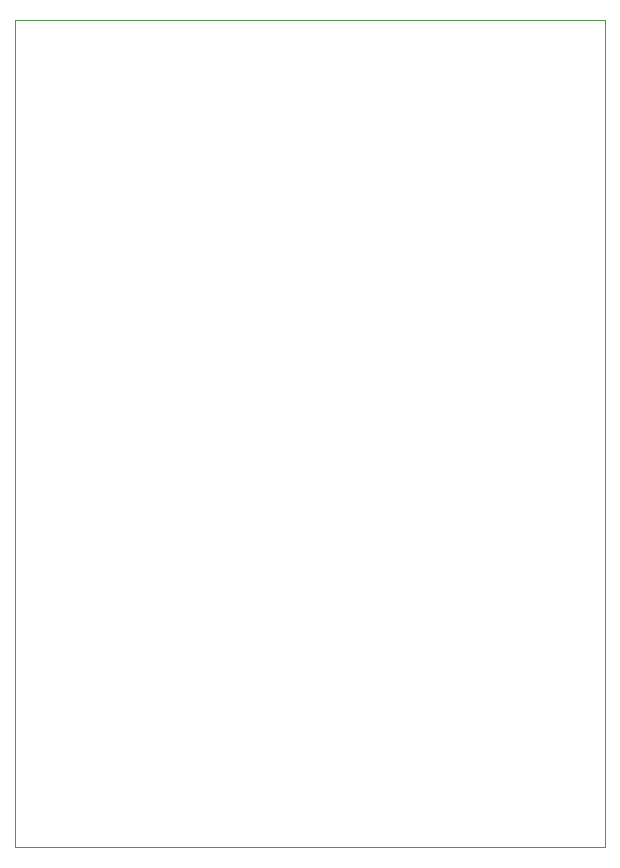
<source format=gbr>
%TF.GenerationSoftware,Altium Limited,Altium Designer,20.2.4 (192)*%
G04 Layer_Color=0*
%FSLAX26Y26*%
%MOIN*%
%TF.SameCoordinates,E8949934-62E6-4346-A9B8-0D5D28CF3135*%
%TF.FilePolarity,Positive*%
%TF.FileFunction,Profile,NP*%
%TF.Part,Single*%
G01*
G75*
%TA.AperFunction,Profile*%
%ADD145C,0.001000*%
D145*
X0Y0D02*
X1968504D01*
Y2755905D01*
X0D01*
Y0D01*
%TF.MD5,2c26309f4ef238386659348b67ab38fc*%
M02*

</source>
